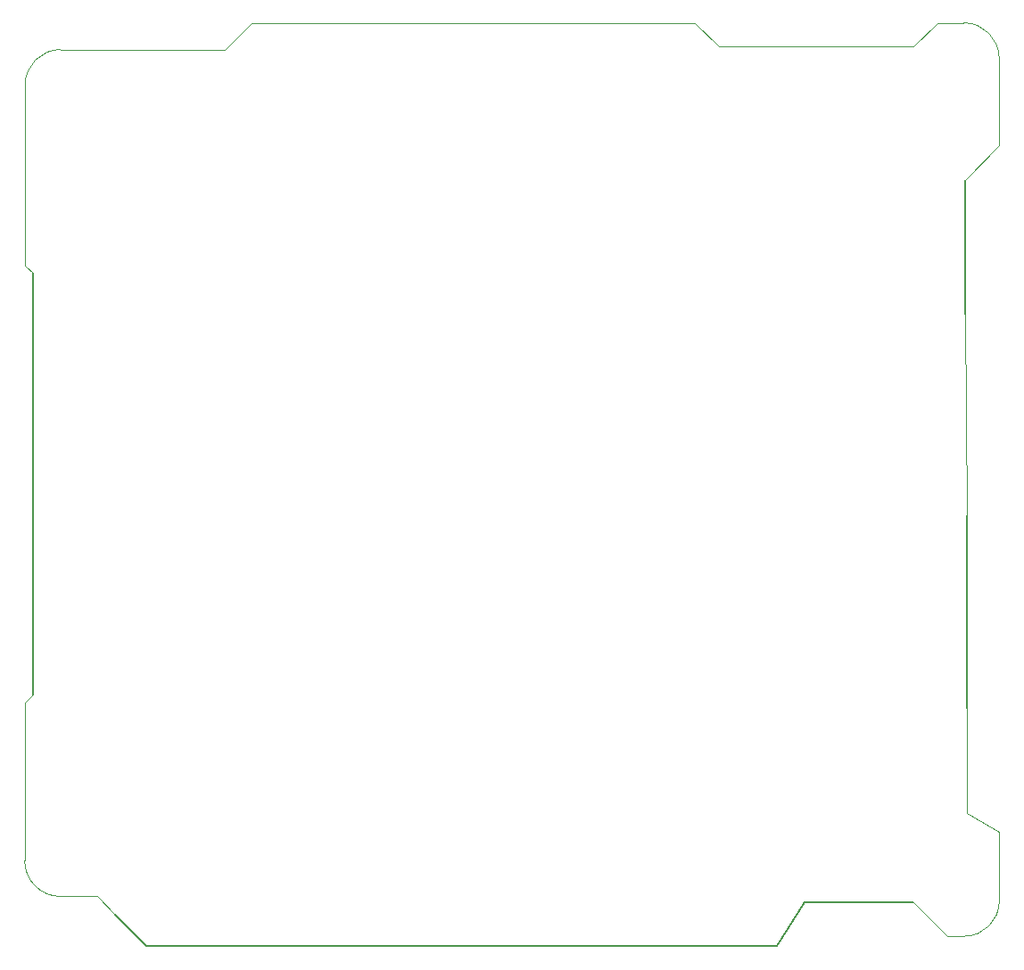
<source format=gbr>
G04 #@! TF.GenerationSoftware,KiCad,Pcbnew,(5.1.2)-2*
G04 #@! TF.CreationDate,2021-12-15T08:53:58-03:00*
G04 #@! TF.ProjectId,MAG_Plus,4d41475f-506c-4757-932e-6b696361645f,rev?*
G04 #@! TF.SameCoordinates,Original*
G04 #@! TF.FileFunction,Profile,NP*
%FSLAX46Y46*%
G04 Gerber Fmt 4.6, Leading zero omitted, Abs format (unit mm)*
G04 Created by KiCad (PCBNEW (5.1.2)-2) date 2021-12-15 08:53:58*
%MOMM*%
%LPD*%
G04 APERTURE LIST*
%ADD10C,0.050000*%
%ADD11C,0.200000*%
G04 APERTURE END LIST*
D10*
X123130000Y-117790000D02*
X123130000Y-107790000D01*
X121220000Y-129480000D02*
X122840000Y-129480000D01*
X118030000Y-126290000D02*
X121220000Y-129480000D01*
X52670000Y-45270000D02*
X55210000Y-42730000D01*
X33650000Y-107270000D02*
X34420000Y-106500000D01*
X33700000Y-65780000D02*
X34420000Y-66500000D01*
X97280000Y-42730000D02*
X99550000Y-45000000D01*
X40540000Y-125700000D02*
X37050000Y-125700000D01*
X42230000Y-127430000D02*
X40540000Y-125700000D01*
X120300000Y-42730000D02*
X118030000Y-45000000D01*
X97280000Y-42730000D02*
X55210000Y-42730000D01*
X52670000Y-45270000D02*
X37050000Y-45270000D01*
X123130000Y-117790000D02*
X126160000Y-119540000D01*
X122910000Y-57630000D02*
X126160000Y-54380000D01*
X122790000Y-42730000D02*
X120300000Y-42730000D01*
X126160000Y-46100000D02*
X126160000Y-54380000D01*
X126159986Y-126150292D02*
X126160000Y-119540000D01*
X33650000Y-122300000D02*
X33650000Y-107270000D01*
X33700000Y-48620000D02*
X33700000Y-65780000D01*
X33700000Y-48620000D02*
G75*
G02X37050000Y-45270000I3350000J0D01*
G01*
X122790000Y-42730000D02*
G75*
G02X126160000Y-46100000I0J-3370000D01*
G01*
X126159986Y-126150292D02*
G75*
G02X122840000Y-129480000I-3319986J-9708D01*
G01*
X37050000Y-125700000D02*
G75*
G02X33650000Y-122300000I0J3400000D01*
G01*
X123130000Y-89500000D02*
X122910000Y-70380000D01*
X118030000Y-45000000D02*
X99550000Y-45000000D01*
D11*
X122910000Y-57630000D02*
X122910000Y-70380000D01*
X123130000Y-89500000D02*
X123130000Y-107790000D01*
X118030000Y-126290000D02*
X107640000Y-126290000D01*
X105090000Y-130390000D02*
X45190000Y-130390000D01*
X107640000Y-126290000D02*
X105090000Y-130390000D01*
X34420000Y-106500000D02*
X34420000Y-66500000D01*
X45190000Y-130390000D02*
X42230000Y-127430000D01*
M02*

</source>
